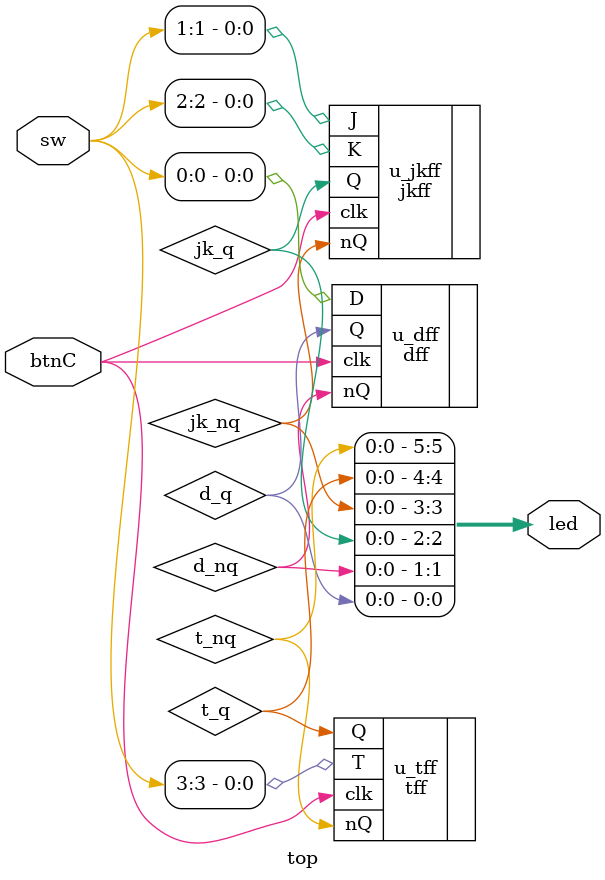
<source format=v>

module top (
    input  wire [3:0] sw,
    input  wire       btnC,
    output wire [5:0] led
);
    
    wire d_q, d_nq;
    dff u_dff (
        .clk(btnC),
        .D  (sw[0]),
        .Q  (d_q),
        .nQ (d_nq)
    );

    
    wire jk_q, jk_nq;
    jkff u_jkff (
        .clk(btnC),
        .J  (sw[1]),
        .K  (sw[2]),
        .Q  (jk_q),
        .nQ (jk_nq)
    );

    
    wire t_q, t_nq;
    tff u_tff (
        .clk(btnC),
        .T  (sw[3]),
        .Q  (t_q),
        .nQ (t_nq)
    );

    assign led[0] = d_q;
    assign led[1] = d_nq;
    assign led[2] = jk_q;
    assign led[3] = jk_nq;
    assign led[4] = t_q;
    assign led[5] = t_nq;
endmodule

</source>
